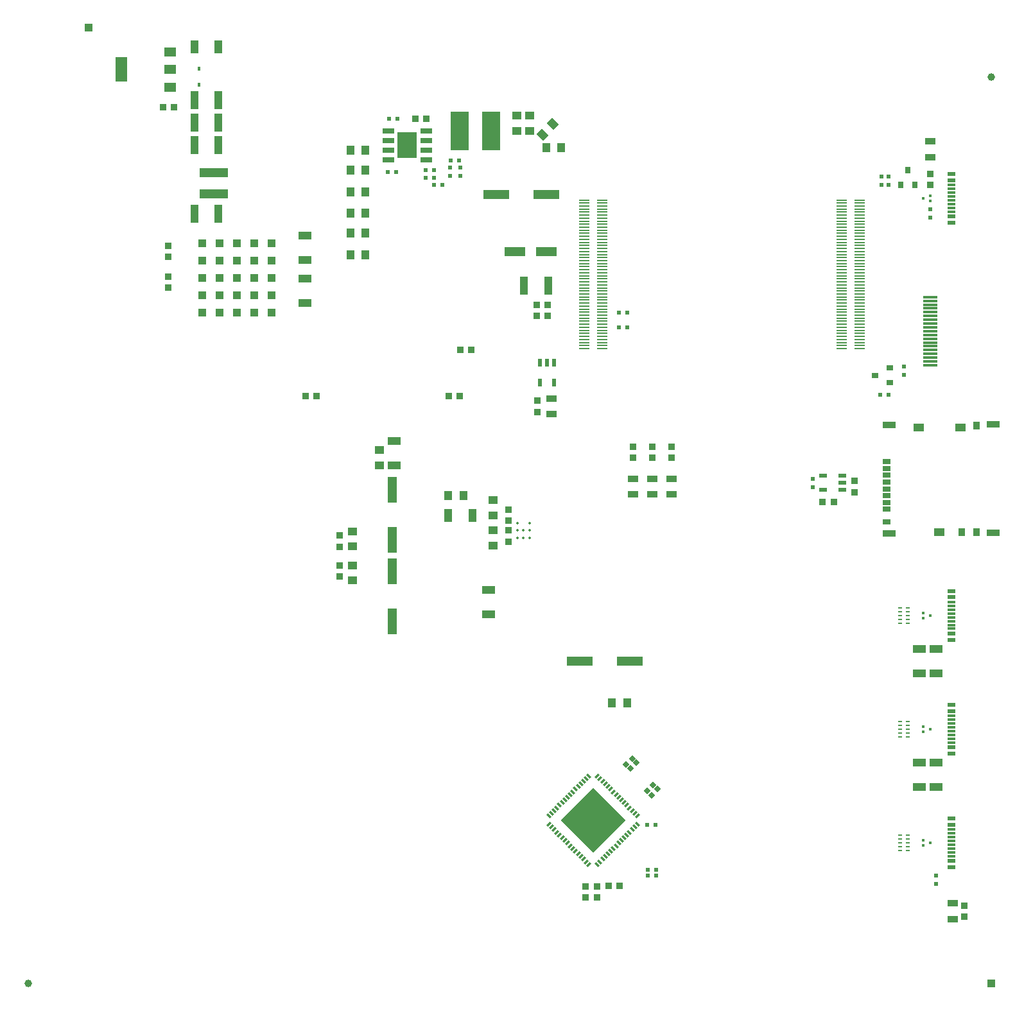
<source format=gbr>
%TF.GenerationSoftware,Altium Limited,Altium Designer,22.4.2 (48)*%
G04 Layer_Color=8421504*
%FSLAX26Y26*%
%MOIN*%
%TF.SameCoordinates,1C2CB1AA-ACBE-45DF-AC24-D873E68AE3FE*%
%TF.FilePolarity,Positive*%
%TF.FileFunction,Paste,Top*%
%TF.Part,Single*%
G01*
G75*
%TA.AperFunction,SMDPad,CuDef*%
%ADD14R,0.043307X0.023622*%
%ADD15R,0.043307X0.011811*%
%TA.AperFunction,BGAPad,CuDef*%
%ADD16C,0.013780*%
%TA.AperFunction,SMDPad,CuDef*%
%ADD17R,0.092520X0.200787*%
%ADD18R,0.011811X0.011811*%
%ADD19R,0.031496X0.035433*%
%ADD20R,0.062992X0.129921*%
%ADD21R,0.062992X0.047244*%
%ADD22R,0.018701X0.007874*%
%ADD23R,0.017716X0.023228*%
%ADD24R,0.059055X0.031496*%
%ADD25R,0.102362X0.137795*%
%TA.AperFunction,BGAPad,CuDef*%
%ADD26R,0.041732X0.041732*%
%TA.AperFunction,SMDPad,CuDef*%
%ADD27R,0.023622X0.023622*%
G04:AMPARAMS|DCode=28|XSize=11.024mil|YSize=27.165mil|CornerRadius=0mil|HoleSize=0mil|Usage=FLASHONLY|Rotation=45.000|XOffset=0mil|YOffset=0mil|HoleType=Round|Shape=Rectangle|*
%AMROTATEDRECTD28*
4,1,4,0.005707,-0.013502,-0.013502,0.005707,-0.005707,0.013502,0.013502,-0.005707,0.005707,-0.013502,0.0*
%
%ADD28ROTATEDRECTD28*%

G04:AMPARAMS|DCode=29|XSize=11.024mil|YSize=27.165mil|CornerRadius=0mil|HoleSize=0mil|Usage=FLASHONLY|Rotation=315.000|XOffset=0mil|YOffset=0mil|HoleType=Round|Shape=Rectangle|*
%AMROTATEDRECTD29*
4,1,4,-0.013502,-0.005707,0.005707,0.013502,0.013502,0.005707,-0.005707,-0.013502,-0.013502,-0.005707,0.0*
%
%ADD29ROTATEDRECTD29*%

%ADD30P,0.334066X4X270.0*%
%ADD31R,0.145669X0.047244*%
%ADD32R,0.055118X0.035433*%
%ADD33R,0.074803X0.011811*%
%ADD34R,0.070866X0.039370*%
%ADD35R,0.133858X0.047244*%
%ADD36R,0.110236X0.047244*%
%ADD37R,0.056299X0.007874*%
%ADD38R,0.039370X0.049213*%
%ADD39R,0.035433X0.033465*%
%ADD40P,0.033407X4X270.0*%
%ADD41R,0.055118X0.044488*%
%ADD42R,0.033465X0.039370*%
%ADD43R,0.066929X0.035433*%
%ADD44R,0.039370X0.025591*%
%ADD45R,0.047244X0.133858*%
%ADD46R,0.049213X0.039370*%
%ADD47R,0.043307X0.094488*%
%ADD48R,0.033465X0.035433*%
%ADD49R,0.023622X0.023622*%
%TA.AperFunction,ConnectorPad*%
%ADD50R,0.043307X0.023622*%
%ADD51R,0.043307X0.011811*%
%TA.AperFunction,SMDPad,CuDef*%
%ADD52R,0.035433X0.031496*%
%ADD53R,0.023622X0.043307*%
%ADD54R,0.039370X0.070866*%
G04:AMPARAMS|DCode=55|XSize=39.37mil|YSize=49.213mil|CornerRadius=0mil|HoleSize=0mil|Usage=FLASHONLY|Rotation=45.000|XOffset=0mil|YOffset=0mil|HoleType=Round|Shape=Rectangle|*
%AMROTATEDRECTD55*
4,1,4,0.003480,-0.031319,-0.031319,0.003480,-0.003480,0.031319,0.031319,-0.003480,0.003480,-0.031319,0.0*
%
%ADD55ROTATEDRECTD55*%

%TA.AperFunction,FiducialPad,Global*%
%ADD56C,0.039370*%
%ADD57R,0.039370X0.039370*%
D14*
X5836614Y5212598D02*
D03*
Y5244095D02*
D03*
Y5023622D02*
D03*
Y4992126D02*
D03*
X5271654Y3679134D02*
D03*
Y3641732D02*
D03*
X5169291Y3604331D02*
D03*
Y3679134D02*
D03*
X5271654Y3604331D02*
D03*
D15*
X5836614Y5049213D02*
D03*
Y5068898D02*
D03*
Y5088583D02*
D03*
Y5108268D02*
D03*
Y5127953D02*
D03*
Y5147638D02*
D03*
Y5167323D02*
D03*
Y5187008D02*
D03*
D16*
X3645669Y3433071D02*
D03*
Y3393701D02*
D03*
Y3354331D02*
D03*
X3582677Y3433071D02*
D03*
Y3393701D02*
D03*
Y3354331D02*
D03*
X3614173D02*
D03*
Y3393701D02*
D03*
D17*
X3284449Y5468504D02*
D03*
X3447835D02*
D03*
D18*
X5725394Y5104331D02*
D03*
Y5131890D02*
D03*
X5691929Y5118110D02*
D03*
Y1785433D02*
D03*
Y1757874D02*
D03*
X5725394Y1771653D02*
D03*
X5691929Y2375984D02*
D03*
Y2348425D02*
D03*
X5725394Y2362205D02*
D03*
X5691929Y2966535D02*
D03*
Y2938976D02*
D03*
X5725394Y2952756D02*
D03*
D19*
X5572835Y5187008D02*
D03*
X5647638D02*
D03*
X5610236Y5265748D02*
D03*
D20*
X1527559Y5787402D02*
D03*
D21*
X1779528Y5877953D02*
D03*
Y5787402D02*
D03*
Y5696850D02*
D03*
D22*
X5609252Y2913386D02*
D03*
Y2933071D02*
D03*
Y2952756D02*
D03*
Y2972441D02*
D03*
Y2992126D02*
D03*
X5571850D02*
D03*
Y2972441D02*
D03*
Y2952756D02*
D03*
Y2933071D02*
D03*
Y2913386D02*
D03*
X5609252Y1732283D02*
D03*
Y1751968D02*
D03*
Y1771653D02*
D03*
Y1791339D02*
D03*
Y1811024D02*
D03*
X5571850D02*
D03*
Y1791339D02*
D03*
Y1771653D02*
D03*
Y1751968D02*
D03*
Y1732283D02*
D03*
X5609252Y2322835D02*
D03*
Y2342520D02*
D03*
Y2362205D02*
D03*
Y2381890D02*
D03*
Y2401575D02*
D03*
X5571850D02*
D03*
Y2381890D02*
D03*
Y2362205D02*
D03*
Y2342520D02*
D03*
Y2322835D02*
D03*
D23*
X1929134Y5708661D02*
D03*
Y5793307D02*
D03*
D24*
X3110236Y5468701D02*
D03*
Y5418701D02*
D03*
Y5318701D02*
D03*
Y5368701D02*
D03*
X2913386D02*
D03*
Y5318701D02*
D03*
Y5418701D02*
D03*
Y5468701D02*
D03*
D25*
X3011811Y5393701D02*
D03*
D26*
X2216142Y4524409D02*
D03*
X2306299D02*
D03*
X1945669D02*
D03*
X2035827D02*
D03*
X2125984D02*
D03*
X2216142Y4614567D02*
D03*
X2306299D02*
D03*
X1945669D02*
D03*
X2035827D02*
D03*
X2125984D02*
D03*
Y4704724D02*
D03*
X2035827D02*
D03*
X1945669D02*
D03*
X2306299D02*
D03*
X2216142D02*
D03*
X2125984Y4794882D02*
D03*
X2035827D02*
D03*
X1945669D02*
D03*
X2306299D02*
D03*
X2216142D02*
D03*
X2125984Y4885039D02*
D03*
X2035827D02*
D03*
X1945669D02*
D03*
X2306299D02*
D03*
X2216142D02*
D03*
D27*
X4301181Y1866142D02*
D03*
X4257874D02*
D03*
X5511024Y4100000D02*
D03*
X5467717D02*
D03*
X4154134Y4525000D02*
D03*
X4110827D02*
D03*
X4154134Y4450000D02*
D03*
X4110827D02*
D03*
X2958661Y5531496D02*
D03*
X2915354D02*
D03*
X3194882Y5188976D02*
D03*
X3151575D02*
D03*
X2911417Y5255905D02*
D03*
X2954724D02*
D03*
X3108268Y5263779D02*
D03*
X3151575D02*
D03*
X3281496Y5314961D02*
D03*
X3238189D02*
D03*
X3151575Y5224409D02*
D03*
X3108268D02*
D03*
X4305118Y1601378D02*
D03*
X4261811D02*
D03*
X4305118Y1632874D02*
D03*
X4261811D02*
D03*
D28*
X4206744Y1868189D02*
D03*
X4192825Y1854269D02*
D03*
X4178906Y1840350D02*
D03*
X4164986Y1826430D02*
D03*
X4151067Y1812511D02*
D03*
X4137147Y1798592D02*
D03*
X4123228Y1784672D02*
D03*
X4109309Y1770753D02*
D03*
X3997953Y1659397D02*
D03*
X4011872Y1673317D02*
D03*
X4025792Y1687236D02*
D03*
X4039711Y1701156D02*
D03*
X4053631Y1715075D02*
D03*
X4067550Y1728994D02*
D03*
X4081470Y1742914D02*
D03*
X4095389Y1756833D02*
D03*
X3746012Y1911339D02*
D03*
X3759931Y1925258D02*
D03*
X3773850Y1939178D02*
D03*
X3787770Y1953097D02*
D03*
X3801689Y1967017D02*
D03*
X3815609Y1980936D02*
D03*
X3829528Y1994855D02*
D03*
X3843448Y2008775D02*
D03*
X3954803Y2120130D02*
D03*
X3940883Y2106211D02*
D03*
X3926964Y2092291D02*
D03*
X3913045Y2078372D02*
D03*
X3899125Y2064453D02*
D03*
X3885206Y2050533D02*
D03*
X3871286Y2036614D02*
D03*
X3857367Y2022694D02*
D03*
D29*
X3954803Y1659397D02*
D03*
X3940883Y1673317D02*
D03*
X3926964Y1687236D02*
D03*
X3913045Y1701156D02*
D03*
X3899125Y1715075D02*
D03*
X3885206Y1728994D02*
D03*
X3871286Y1742914D02*
D03*
X3857367Y1756833D02*
D03*
X3746012Y1868189D02*
D03*
X3759931Y1854269D02*
D03*
X3773850Y1840350D02*
D03*
X3787770Y1826430D02*
D03*
X3829528Y1784672D02*
D03*
X3843448Y1770753D02*
D03*
X3997953Y2120130D02*
D03*
X4011872Y2106211D02*
D03*
X4025792Y2092291D02*
D03*
X4039711Y2078372D02*
D03*
X4053631Y2064453D02*
D03*
X4067550Y2050533D02*
D03*
X4081470Y2036614D02*
D03*
X4095389Y2022694D02*
D03*
X4206744Y1911339D02*
D03*
X4192825Y1925258D02*
D03*
X4178906Y1939178D02*
D03*
X4164986Y1953097D02*
D03*
X4151067Y1967017D02*
D03*
X4137147Y1980936D02*
D03*
X4123228Y1994855D02*
D03*
X4109309Y2008775D02*
D03*
X3801689Y1812511D02*
D03*
X3815609Y1798592D02*
D03*
D30*
X3976378Y1889764D02*
D03*
D31*
X2007874Y5251968D02*
D03*
Y5141732D02*
D03*
D32*
X5728346Y5415354D02*
D03*
Y5332677D02*
D03*
X4182480Y3580709D02*
D03*
Y3663386D02*
D03*
X3761220Y4080118D02*
D03*
Y3997441D02*
D03*
X4282480Y3580709D02*
D03*
Y3663386D02*
D03*
X4382480Y3580709D02*
D03*
Y3663386D02*
D03*
X5844488Y1458661D02*
D03*
Y1375984D02*
D03*
D33*
X5728346Y4409449D02*
D03*
Y4389764D02*
D03*
Y4370079D02*
D03*
Y4330709D02*
D03*
Y4291338D02*
D03*
Y4350394D02*
D03*
Y4311024D02*
D03*
Y4271654D02*
D03*
Y4251968D02*
D03*
Y4429134D02*
D03*
Y4448819D02*
D03*
Y4468504D02*
D03*
Y4507874D02*
D03*
Y4547244D02*
D03*
Y4488189D02*
D03*
Y4527559D02*
D03*
Y4566929D02*
D03*
Y4586614D02*
D03*
Y4606299D02*
D03*
D34*
X3435039Y2958661D02*
D03*
Y3084646D02*
D03*
X5756890Y2653543D02*
D03*
Y2779528D02*
D03*
X2944882Y3858268D02*
D03*
Y3732284D02*
D03*
X2480315Y4700787D02*
D03*
Y4574803D02*
D03*
X2480315Y4799213D02*
D03*
Y4925197D02*
D03*
X5671260Y2062992D02*
D03*
Y2188976D02*
D03*
X5756890Y2062992D02*
D03*
Y2188976D02*
D03*
X5671260Y2653543D02*
D03*
Y2779528D02*
D03*
D35*
X3732284Y5137795D02*
D03*
X3472441D02*
D03*
X4165354Y2716535D02*
D03*
X3905512D02*
D03*
D36*
X3568898Y4842520D02*
D03*
X3734252D02*
D03*
D37*
X5268110Y4716535D02*
D03*
Y4700788D02*
D03*
Y4685039D02*
D03*
Y4669291D02*
D03*
Y4653543D02*
D03*
Y4637795D02*
D03*
Y4622047D02*
D03*
Y4606299D02*
D03*
Y4590551D02*
D03*
Y4574803D02*
D03*
Y4559055D02*
D03*
Y4543307D02*
D03*
Y4527559D02*
D03*
Y4511811D02*
D03*
Y4496063D02*
D03*
Y4480315D02*
D03*
Y4464567D02*
D03*
Y4448819D02*
D03*
Y4433071D02*
D03*
Y4417323D02*
D03*
Y4401575D02*
D03*
Y4385827D02*
D03*
Y4370079D02*
D03*
Y4354331D02*
D03*
Y4338583D02*
D03*
Y5110236D02*
D03*
Y5094488D02*
D03*
Y5078740D02*
D03*
Y5062992D02*
D03*
Y5047244D02*
D03*
Y5031496D02*
D03*
Y5015748D02*
D03*
Y5000000D02*
D03*
Y4984252D02*
D03*
Y4968504D02*
D03*
Y4952756D02*
D03*
Y4937008D02*
D03*
Y4921260D02*
D03*
Y4905512D02*
D03*
Y4889764D02*
D03*
Y4874016D02*
D03*
Y4858268D02*
D03*
Y4842520D02*
D03*
Y4826772D02*
D03*
Y4811024D02*
D03*
Y4795276D02*
D03*
Y4779528D02*
D03*
Y4763780D02*
D03*
Y4748032D02*
D03*
Y4732283D02*
D03*
X5361811Y4716535D02*
D03*
Y4700788D02*
D03*
Y4685039D02*
D03*
Y4669291D02*
D03*
Y4653543D02*
D03*
Y4637795D02*
D03*
Y4622047D02*
D03*
Y4606299D02*
D03*
Y4590551D02*
D03*
Y4574803D02*
D03*
Y4559055D02*
D03*
Y4543307D02*
D03*
Y4527559D02*
D03*
Y4511811D02*
D03*
Y4496063D02*
D03*
Y4480315D02*
D03*
Y4464567D02*
D03*
Y4448819D02*
D03*
Y4433071D02*
D03*
Y4417323D02*
D03*
Y4401575D02*
D03*
Y4385827D02*
D03*
Y4370079D02*
D03*
Y4354331D02*
D03*
Y4338583D02*
D03*
Y5110236D02*
D03*
Y5094488D02*
D03*
Y5078740D02*
D03*
Y5062992D02*
D03*
Y5047244D02*
D03*
Y5031496D02*
D03*
Y5015748D02*
D03*
Y5000000D02*
D03*
Y4984252D02*
D03*
Y4968504D02*
D03*
Y4952756D02*
D03*
Y4937008D02*
D03*
Y4921260D02*
D03*
Y4905512D02*
D03*
Y4889764D02*
D03*
Y4874016D02*
D03*
Y4858268D02*
D03*
Y4842520D02*
D03*
Y4826772D02*
D03*
Y4811024D02*
D03*
Y4795276D02*
D03*
Y4779528D02*
D03*
Y4763780D02*
D03*
Y4748032D02*
D03*
Y4732283D02*
D03*
X3929528Y4716535D02*
D03*
Y4700788D02*
D03*
Y4685039D02*
D03*
Y4669291D02*
D03*
Y4653543D02*
D03*
Y4637795D02*
D03*
Y4622047D02*
D03*
Y4606299D02*
D03*
Y4590551D02*
D03*
Y4574803D02*
D03*
Y4559055D02*
D03*
Y4543307D02*
D03*
Y4527559D02*
D03*
Y4511811D02*
D03*
Y4496063D02*
D03*
Y4480315D02*
D03*
Y4464567D02*
D03*
Y4448819D02*
D03*
Y4433071D02*
D03*
Y4417323D02*
D03*
Y4401575D02*
D03*
Y4385827D02*
D03*
Y4370079D02*
D03*
Y4354331D02*
D03*
Y4338583D02*
D03*
Y5110236D02*
D03*
Y5094488D02*
D03*
Y5078740D02*
D03*
Y5062992D02*
D03*
Y5047244D02*
D03*
Y5031496D02*
D03*
Y5015748D02*
D03*
Y5000000D02*
D03*
Y4984252D02*
D03*
Y4968504D02*
D03*
Y4952756D02*
D03*
Y4937008D02*
D03*
Y4921260D02*
D03*
Y4905512D02*
D03*
Y4889764D02*
D03*
Y4874016D02*
D03*
Y4858268D02*
D03*
Y4842520D02*
D03*
Y4826772D02*
D03*
Y4811024D02*
D03*
Y4795276D02*
D03*
Y4779528D02*
D03*
Y4763780D02*
D03*
Y4748032D02*
D03*
Y4732283D02*
D03*
X4023228Y4716535D02*
D03*
Y4700788D02*
D03*
Y4685039D02*
D03*
Y4669291D02*
D03*
Y4653543D02*
D03*
Y4637795D02*
D03*
Y4622047D02*
D03*
Y4606299D02*
D03*
Y4590551D02*
D03*
Y4574803D02*
D03*
Y4559055D02*
D03*
Y4543307D02*
D03*
Y4527559D02*
D03*
Y4511811D02*
D03*
Y4496063D02*
D03*
Y4480315D02*
D03*
Y4464567D02*
D03*
Y4448819D02*
D03*
Y4433071D02*
D03*
Y4417323D02*
D03*
Y4401575D02*
D03*
Y4385827D02*
D03*
Y4370079D02*
D03*
Y4354331D02*
D03*
Y4338583D02*
D03*
Y5110236D02*
D03*
Y5094488D02*
D03*
Y5078740D02*
D03*
Y5062992D02*
D03*
Y5047244D02*
D03*
Y5031496D02*
D03*
Y5015748D02*
D03*
Y5000000D02*
D03*
Y4984252D02*
D03*
Y4968504D02*
D03*
Y4952756D02*
D03*
Y4937008D02*
D03*
Y4921260D02*
D03*
Y4905512D02*
D03*
Y4889764D02*
D03*
Y4874016D02*
D03*
Y4858268D02*
D03*
Y4842520D02*
D03*
Y4826772D02*
D03*
Y4811024D02*
D03*
Y4795276D02*
D03*
Y4779528D02*
D03*
Y4763780D02*
D03*
Y4748032D02*
D03*
Y4732283D02*
D03*
D38*
X2795276Y5370065D02*
D03*
X2716535D02*
D03*
X4153543Y2500000D02*
D03*
X4074803D02*
D03*
X3224409Y3574803D02*
D03*
X3303150D02*
D03*
X3732283Y5381890D02*
D03*
X3811024D02*
D03*
X2795276Y4826759D02*
D03*
X2716535D02*
D03*
X2795276Y4936995D02*
D03*
X2716535D02*
D03*
X2795276Y5043294D02*
D03*
X2716535D02*
D03*
X2795276Y5153530D02*
D03*
X2716535D02*
D03*
X2795276Y5263766D02*
D03*
X2716535D02*
D03*
D39*
X5334646Y3593504D02*
D03*
Y3650590D02*
D03*
X2661417Y3310039D02*
D03*
Y3367126D02*
D03*
Y3213583D02*
D03*
Y3156496D02*
D03*
X4182480Y3770669D02*
D03*
Y3827756D02*
D03*
X3686220Y4067323D02*
D03*
Y4010236D02*
D03*
X4282480Y3827756D02*
D03*
Y3770669D02*
D03*
X4382480Y3827756D02*
D03*
Y3770669D02*
D03*
X3535433Y3393701D02*
D03*
Y3336614D02*
D03*
Y3443898D02*
D03*
Y3500984D02*
D03*
X1771653Y4813976D02*
D03*
Y4871063D02*
D03*
Y4656496D02*
D03*
Y4713583D02*
D03*
X5903543Y1445866D02*
D03*
Y1388780D02*
D03*
X5728346Y5187992D02*
D03*
Y5245079D02*
D03*
X3996063Y1544291D02*
D03*
Y1487205D02*
D03*
X3937008D02*
D03*
Y1544291D02*
D03*
D40*
X4178697Y2210193D02*
D03*
X4148074Y2179571D02*
D03*
X4310587Y2050744D02*
D03*
X4279964Y2020122D02*
D03*
X4286965Y2072398D02*
D03*
X4256342Y2041775D02*
D03*
X4200351Y2188540D02*
D03*
X4169728Y2157917D02*
D03*
D41*
X5882874Y3927165D02*
D03*
X5668307D02*
D03*
X5774606Y3383858D02*
D03*
D42*
X5890748Y3385827D02*
D03*
X5966732D02*
D03*
Y3937008D02*
D03*
D43*
X6054492Y3944016D02*
D03*
X6054134Y3381009D02*
D03*
X5514764Y3942913D02*
D03*
Y3379921D02*
D03*
D44*
X5500000Y3503937D02*
D03*
Y3751968D02*
D03*
Y3716535D02*
D03*
Y3681102D02*
D03*
Y3645669D02*
D03*
Y3610236D02*
D03*
Y3574803D02*
D03*
Y3539370D02*
D03*
Y3440157D02*
D03*
D45*
X2933661Y3346260D02*
D03*
Y3606102D02*
D03*
Y3181102D02*
D03*
Y2921260D02*
D03*
D46*
X2728346Y3311023D02*
D03*
Y3389764D02*
D03*
X2728347Y3212598D02*
D03*
Y3133858D02*
D03*
X2866142Y3732283D02*
D03*
Y3811024D02*
D03*
X3456693Y3393701D02*
D03*
Y3314961D02*
D03*
Y3472441D02*
D03*
Y3551181D02*
D03*
X3578740Y5468504D02*
D03*
Y5547244D02*
D03*
X3645669Y5468504D02*
D03*
Y5547244D02*
D03*
D47*
X3744095Y4665354D02*
D03*
X3618110D02*
D03*
X2031496Y5629921D02*
D03*
X1905512D02*
D03*
X2031496Y5511811D02*
D03*
X1905512D02*
D03*
X2031496Y5393701D02*
D03*
X1905512D02*
D03*
X2031496Y5039370D02*
D03*
X1905512D02*
D03*
D48*
X3739173Y4566929D02*
D03*
X3682087D02*
D03*
X3739173Y4507874D02*
D03*
X3682087D02*
D03*
X3286417Y4330709D02*
D03*
X3343504D02*
D03*
X2483268Y4090551D02*
D03*
X2540354D02*
D03*
X3227362D02*
D03*
X3284449D02*
D03*
X1743110Y5590551D02*
D03*
X1800197D02*
D03*
X5168307Y3543307D02*
D03*
X5225394D02*
D03*
X3054134Y5531496D02*
D03*
X3111220D02*
D03*
X4058071Y1547244D02*
D03*
X4115158D02*
D03*
D49*
X5589370Y4246654D02*
D03*
Y4203346D02*
D03*
X5118110Y3620079D02*
D03*
Y3663386D02*
D03*
X5755905Y1600394D02*
D03*
Y1557087D02*
D03*
X5728346Y5017717D02*
D03*
Y5061024D02*
D03*
X3232284Y5277559D02*
D03*
Y5234252D02*
D03*
X3287402Y5277559D02*
D03*
Y5234252D02*
D03*
X5472441Y5187008D02*
D03*
Y5230315D02*
D03*
X5511811D02*
D03*
Y5187008D02*
D03*
D50*
X5836614Y1866142D02*
D03*
Y1897638D02*
D03*
Y1677165D02*
D03*
Y1645669D02*
D03*
Y2456693D02*
D03*
Y2488189D02*
D03*
Y2267716D02*
D03*
Y2236220D02*
D03*
Y3047244D02*
D03*
Y3078740D02*
D03*
Y2858268D02*
D03*
Y2826772D02*
D03*
D51*
Y1702756D02*
D03*
Y1722441D02*
D03*
Y1742126D02*
D03*
Y1761811D02*
D03*
Y1781496D02*
D03*
Y1801181D02*
D03*
Y1820866D02*
D03*
Y1840551D02*
D03*
Y2293307D02*
D03*
Y2312992D02*
D03*
Y2332677D02*
D03*
Y2352362D02*
D03*
Y2372047D02*
D03*
Y2391732D02*
D03*
Y2411417D02*
D03*
Y2431102D02*
D03*
Y2883858D02*
D03*
Y2903543D02*
D03*
Y2923228D02*
D03*
Y2942913D02*
D03*
Y2962598D02*
D03*
Y2982284D02*
D03*
Y3001968D02*
D03*
Y3021653D02*
D03*
D52*
X5518110Y4162598D02*
D03*
Y4237402D02*
D03*
X5439370Y4200000D02*
D03*
D53*
X3698819Y4264961D02*
D03*
X3736220D02*
D03*
X3773622Y4162598D02*
D03*
X3698819D02*
D03*
X3773622Y4264961D02*
D03*
D54*
X2031496Y5905512D02*
D03*
X1905512D02*
D03*
X3350394Y3472441D02*
D03*
X3224410D02*
D03*
D55*
X3712319Y5448539D02*
D03*
X3767996Y5504217D02*
D03*
D56*
X1043307Y1043307D02*
D03*
X6043307Y5748032D02*
D03*
D57*
Y1043307D02*
D03*
X1358268Y6003937D02*
D03*
%TF.MD5,743b63cb29b822c48c2a7747d8d1afba*%
M02*

</source>
